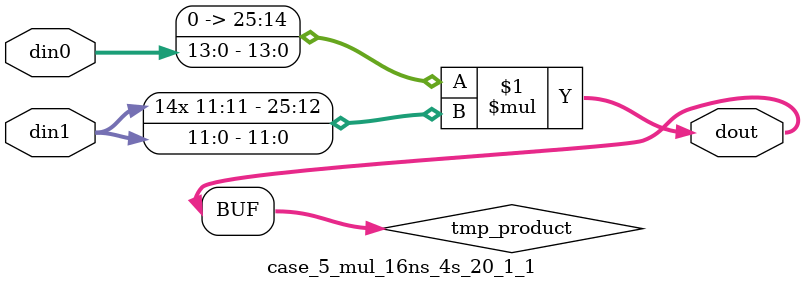
<source format=v>

`timescale 1 ns / 1 ps

 (* use_dsp = "no" *)  module case_5_mul_16ns_4s_20_1_1(din0, din1, dout);
parameter ID = 1;
parameter NUM_STAGE = 0;
parameter din0_WIDTH = 14;
parameter din1_WIDTH = 12;
parameter dout_WIDTH = 26;

input [din0_WIDTH - 1 : 0] din0; 
input [din1_WIDTH - 1 : 0] din1; 
output [dout_WIDTH - 1 : 0] dout;

wire signed [dout_WIDTH - 1 : 0] tmp_product;

























assign tmp_product = $signed({1'b0, din0}) * $signed(din1);










assign dout = tmp_product;





















endmodule

</source>
